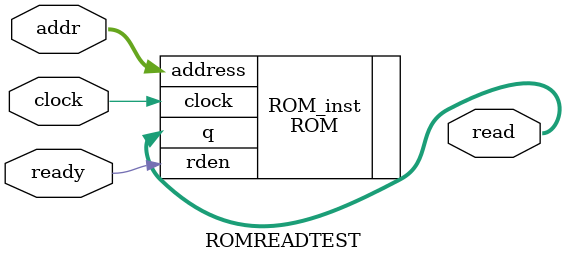
<source format=v>

module ROMREADTEST (
	input clock,
	input [7:0] addr,
	input ready,
	output [15:0] read
);


ROM	ROM_inst (
	.address ( addr ),
	.clock ( clock ),
	.rden ( ready ),
	.q ( read )
	);

endmodule

</source>
